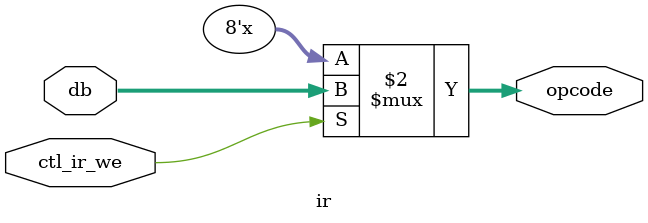
<source format=v>


module ir(
	ctl_ir_we,
	db,
	opcode
);


input wire	ctl_ir_we;
input wire	[7:0] db;
output reg	[7:0] opcode;






always@(ctl_ir_we or db)
begin
if (ctl_ir_we)
	opcode <= db;
end


endmodule

</source>
